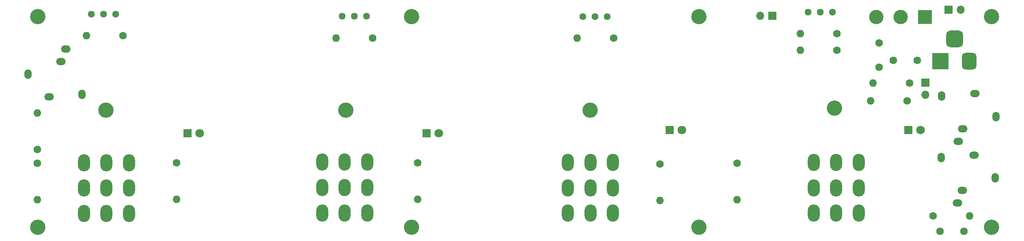
<source format=gbr>
%TF.GenerationSoftware,KiCad,Pcbnew,(6.0.11)*%
%TF.CreationDate,2024-02-23T20:56:01-06:00*%
%TF.ProjectId,StompBox,53746f6d-7042-46f7-982e-6b696361645f,rev?*%
%TF.SameCoordinates,Original*%
%TF.FileFunction,Soldermask,Bot*%
%TF.FilePolarity,Negative*%
%FSLAX46Y46*%
G04 Gerber Fmt 4.6, Leading zero omitted, Abs format (unit mm)*
G04 Created by KiCad (PCBNEW (6.0.11)) date 2024-02-23 20:56:01*
%MOMM*%
%LPD*%
G01*
G04 APERTURE LIST*
G04 Aperture macros list*
%AMRoundRect*
0 Rectangle with rounded corners*
0 $1 Rounding radius*
0 $2 $3 $4 $5 $6 $7 $8 $9 X,Y pos of 4 corners*
0 Add a 4 corners polygon primitive as box body*
4,1,4,$2,$3,$4,$5,$6,$7,$8,$9,$2,$3,0*
0 Add four circle primitives for the rounded corners*
1,1,$1+$1,$2,$3*
1,1,$1+$1,$4,$5*
1,1,$1+$1,$6,$7*
1,1,$1+$1,$8,$9*
0 Add four rect primitives between the rounded corners*
20,1,$1+$1,$2,$3,$4,$5,0*
20,1,$1+$1,$4,$5,$6,$7,0*
20,1,$1+$1,$6,$7,$8,$9,0*
20,1,$1+$1,$8,$9,$2,$3,0*%
G04 Aperture macros list end*
%ADD10R,1.700000X1.700000*%
%ADD11O,1.700000X1.700000*%
%ADD12C,1.600000*%
%ADD13O,1.600000X1.600000*%
%ADD14C,3.200000*%
%ADD15C,1.440000*%
%ADD16O,1.500000X2.000000*%
%ADD17O,2.000000X1.500000*%
%ADD18R,1.800000X1.800000*%
%ADD19C,1.800000*%
%ADD20R,3.000000X3.000000*%
%ADD21C,3.000000*%
%ADD22O,2.500000X3.600000*%
%ADD23R,3.500000X3.500000*%
%ADD24RoundRect,0.750000X0.750000X1.000000X-0.750000X1.000000X-0.750000X-1.000000X0.750000X-1.000000X0*%
%ADD25RoundRect,0.875000X0.875000X0.875000X-0.875000X0.875000X-0.875000X-0.875000X0.875000X-0.875000X0*%
G04 APERTURE END LIST*
D10*
%TO.C,JP2*%
X240025000Y-64516000D03*
D11*
X242565000Y-64516000D03*
%TD*%
D12*
%TO.C,R1*%
X231432000Y-83566000D03*
D13*
X223812000Y-83566000D03*
%TD*%
D14*
%TO.C,H8*%
X128000000Y-66000000D03*
%TD*%
D12*
%TO.C,R10*%
X179832000Y-96774000D03*
D13*
X179832000Y-104394000D03*
%TD*%
D15*
%TO.C,RV3*%
X118620000Y-65910000D03*
X116080000Y-65910000D03*
X113540000Y-65910000D03*
%TD*%
D16*
%TO.C,J1*%
X249930000Y-86860000D03*
D17*
X242030000Y-92060000D03*
X243030000Y-89460000D03*
X245530000Y-82060000D03*
D16*
X238630000Y-82560000D03*
%TD*%
D18*
%TO.C,D3*%
X181882000Y-89710000D03*
D19*
X184422000Y-89710000D03*
%TD*%
D16*
%TO.C,J6*%
X48002000Y-77950000D03*
D17*
X55902000Y-72750000D03*
X54902000Y-75350000D03*
X52402000Y-82750000D03*
D16*
X59302000Y-82250000D03*
%TD*%
D20*
%TO.C,J3*%
X235080000Y-66040000D03*
D21*
X230000000Y-66040000D03*
X224920000Y-66040000D03*
%TD*%
D12*
%TO.C,R3*%
X216782000Y-72970000D03*
D13*
X209162000Y-72970000D03*
%TD*%
D22*
%TO.C,SW4*%
X59670000Y-107100000D03*
X69070000Y-107100000D03*
X64370000Y-107100000D03*
X59670000Y-101800000D03*
X69070000Y-101800000D03*
X64370000Y-101800000D03*
X59670000Y-96500000D03*
X69070000Y-96500000D03*
X64370000Y-96500000D03*
%TD*%
D12*
%TO.C,R8*%
X231882000Y-79880000D03*
D13*
X224262000Y-79880000D03*
%TD*%
D15*
%TO.C,RV1*%
X215782000Y-65024000D03*
X213242000Y-65024000D03*
X210702000Y-65024000D03*
%TD*%
D14*
%TO.C,H6*%
X128000000Y-110000000D03*
%TD*%
%TO.C,H4*%
X50000000Y-110000000D03*
%TD*%
D23*
%TO.C,J2*%
X238310000Y-75280000D03*
D24*
X244310000Y-75280000D03*
D25*
X241310000Y-70580000D03*
%TD*%
D22*
%TO.C,SW2*%
X160652000Y-107046354D03*
X170052000Y-107046354D03*
X165352000Y-107046354D03*
X160652000Y-101746354D03*
X170052000Y-101746354D03*
X165352000Y-101746354D03*
X160652000Y-96446354D03*
X170052000Y-96446354D03*
X165352000Y-96446354D03*
%TD*%
D12*
%TO.C,R13*%
X49922000Y-96600000D03*
D13*
X49922000Y-104220000D03*
%TD*%
D12*
%TO.C,R11*%
X129286000Y-96520000D03*
D13*
X129286000Y-104140000D03*
%TD*%
D14*
%TO.C,H12*%
X64282000Y-85560000D03*
%TD*%
D10*
%TO.C,JP1*%
X235232000Y-79750000D03*
D11*
X235232000Y-82290000D03*
%TD*%
D14*
%TO.C,H5*%
X188000000Y-110000000D03*
%TD*%
D16*
%TO.C,J4*%
X249790000Y-99700000D03*
D17*
X241890000Y-104900000D03*
X242890000Y-102300000D03*
X245390000Y-94900000D03*
D16*
X238490000Y-95400000D03*
%TD*%
D15*
%TO.C,RV2*%
X168840000Y-66000000D03*
X166300000Y-66000000D03*
X163760000Y-66000000D03*
%TD*%
D18*
%TO.C,D2*%
X131182000Y-90360000D03*
D19*
X133722000Y-90360000D03*
%TD*%
D12*
%TO.C,R9*%
X195902000Y-96610000D03*
D13*
X195902000Y-104230000D03*
%TD*%
D12*
%TO.C,C1*%
X225542000Y-71510000D03*
X225542000Y-76510000D03*
%TD*%
D14*
%TO.C,H10*%
X165282000Y-85560000D03*
%TD*%
D12*
%TO.C,R5*%
X119850000Y-70430000D03*
D13*
X112230000Y-70430000D03*
%TD*%
D18*
%TO.C,D1*%
X231648000Y-89662000D03*
D19*
X234188000Y-89662000D03*
%TD*%
D22*
%TO.C,SW1*%
X211892000Y-107046354D03*
X221292000Y-107046354D03*
X216592000Y-107046354D03*
X211892000Y-101746354D03*
X221292000Y-101746354D03*
X216592000Y-101746354D03*
X211892000Y-96446354D03*
X221292000Y-96446354D03*
X216592000Y-96446354D03*
%TD*%
%TO.C,SW3*%
X109370000Y-107000000D03*
X118770000Y-107000000D03*
X114070000Y-107000000D03*
X109370000Y-101700000D03*
X118770000Y-101700000D03*
X114070000Y-101700000D03*
X109370000Y-96400000D03*
X118770000Y-96400000D03*
X114070000Y-96400000D03*
%TD*%
D12*
%TO.C,R6*%
X67820000Y-69970000D03*
D13*
X60200000Y-69970000D03*
%TD*%
D10*
%TO.C,J5*%
X203282000Y-65786000D03*
D11*
X200742000Y-65786000D03*
%TD*%
D14*
%TO.C,H7*%
X188000000Y-66000000D03*
%TD*%
D18*
%TO.C,D4*%
X81257000Y-90360000D03*
D19*
X83797000Y-90360000D03*
%TD*%
D14*
%TO.C,H9*%
X114282000Y-85560000D03*
%TD*%
D12*
%TO.C,C2*%
X233512000Y-75120000D03*
X228512000Y-75120000D03*
%TD*%
%TO.C,C3*%
X238252000Y-110870000D03*
X243252000Y-110870000D03*
%TD*%
%TO.C,R2*%
X216782000Y-69560000D03*
D13*
X209162000Y-69560000D03*
%TD*%
D14*
%TO.C,H3*%
X50000000Y-66000000D03*
%TD*%
D12*
%TO.C,R12*%
X78994000Y-96520000D03*
D13*
X78994000Y-104140000D03*
%TD*%
D12*
%TO.C,R4*%
X170200000Y-70480000D03*
D13*
X162580000Y-70480000D03*
%TD*%
D15*
%TO.C,RV4*%
X66320000Y-65470000D03*
X63780000Y-65470000D03*
X61240000Y-65470000D03*
%TD*%
D12*
%TO.C,R14*%
X49922000Y-93710000D03*
D13*
X49922000Y-86090000D03*
%TD*%
D14*
%TO.C,H11*%
X216282000Y-85060000D03*
%TD*%
D12*
%TO.C,R7*%
X236832000Y-107630000D03*
D13*
X244452000Y-107630000D03*
%TD*%
D14*
%TO.C,H1*%
X249000000Y-66000000D03*
%TD*%
%TO.C,H2*%
X249000000Y-110000000D03*
%TD*%
M02*

</source>
